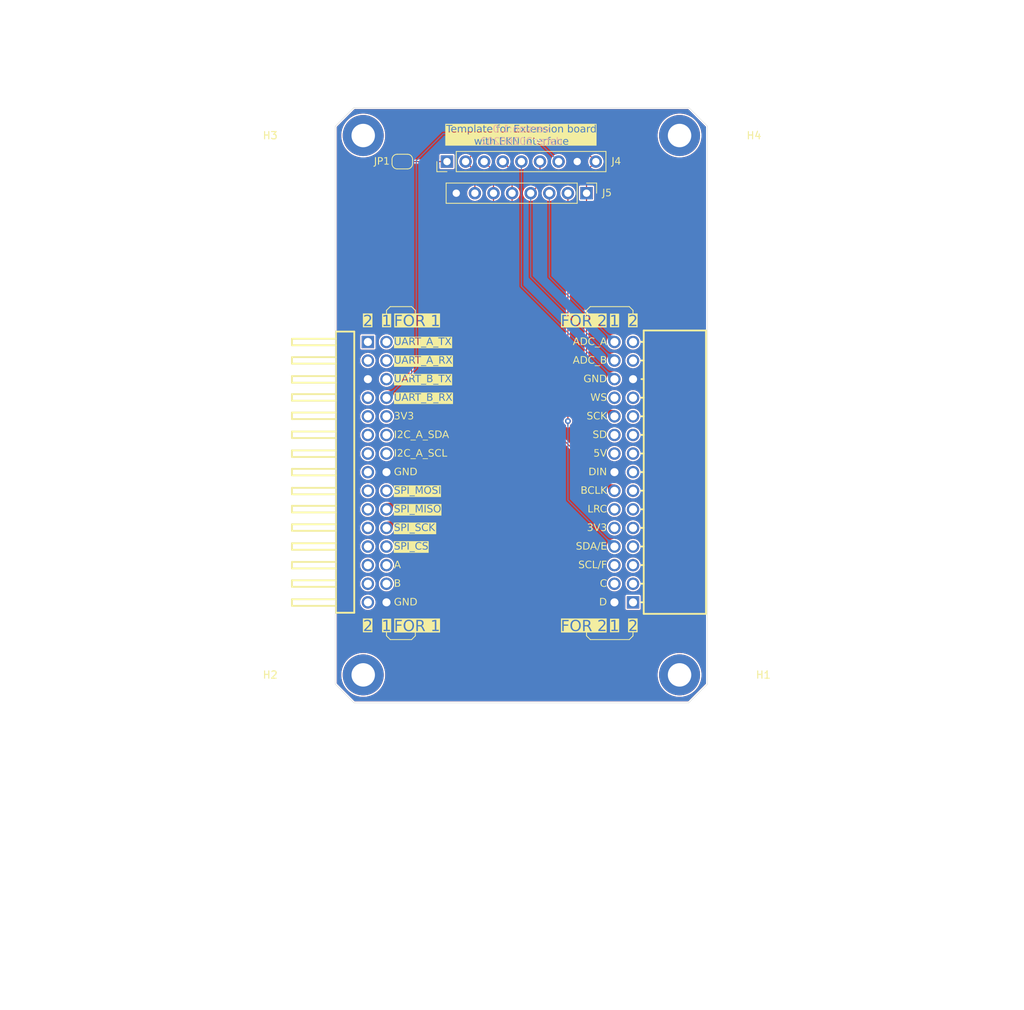
<source format=kicad_pcb>
(kicad_pcb (version 20241229) (generator "pcbnew") (generator_version "9.0")
  (layers (0 "F.Cu" signal) (4 "In1.Cu" signal) (6 "In2.Cu" signal) (2 "B.Cu" signal) (13 "F.Paste" user) (15 "B.Paste" user) (5 "F.SilkS" user "F.Silkscreen") (7 "B.SilkS" user "B.Silkscreen") (1 "F.Mask" user) (3 "B.Mask" user) (25 "Edge.Cuts" user))
  (property "COMMIT_DATE_LONG" "YYYY-MM-DD HH:MM:SS TZ")
  (property "COMMIT_HASH" "deadbeef")
  (property "RELEASE_VERSION" "v#.#")
  (net 0 "")
  (net 1 "/IO13")
  (net 3 "TFT_MISO")
  (net 4 "GC9A01_BLK(Back light)")
  (net 8 "/I2C_B_SDA")
  (net 9 "/I2C_B_SCL")
  (net 10 "/BTN_A")
  (net 11 "/I2C_A_SDA")
  (net 12 "/BTN_B")
  (net 13 "/I2S_A_SD")
  (net 14 "/I2S_B_BCLK")
  (net 15 "/I2S_A_WS")
  (net 16 "/I2S_B_DIN")
  (net 17 "/I2C_A_SCL")
  (net 18 "FTF_DC{slash}RS")
  (net 19 "/I2S_B_LRC")
  (net 20 "/ADC_A")
  (net 21 "/BTN_C")
  (net 22 "/BTN_D")
  (net 23 "/ADC_B")
  (net 24 "+5V")
  (net 25 "FTF_GND")
  (net 26 "GC9A01_SDA(MOSI)")
  (net 27 "GC9A01_SCL")
  (net 28 "GC9A01_RESET")
  (net 29 "GC9A01_CS")
  (net 30 "TFT_CS")
  (net 31 "GC9A01_DC")
  (net 32 "/I2S_A_SCK")
  (footprint "MountingHole:MountingHole_3.2mm_M3_DIN965_Pad" (layer "F.Cu") (at 105.41 116.84)
    (property "Reference" "H1" (at 11.43 0 0) (layer "F.SilkS"))
    (property "Value" "MountHole")
    (pad "1" thru_hole circle (at 0 0) (size 5.6 5.6) (drill 3.2) (layers "*.Cu" "*.Mask"))
  )
  (footprint "MountingHole:MountingHole_3.2mm_M3_DIN965_Pad" (layer "F.Cu") (at 62.23 116.84)
    (property "Reference" "H2" (at -12.7 0 0) (layer "F.SilkS"))
    (property "Value" "MountHole")
    (pad "1" thru_hole circle (at 0 0) (size 5.6 5.6) (drill 3.2) (layers "*.Cu" "*.Mask"))
  )
  (footprint "MountingHole:MountingHole_3.2mm_M3_DIN965_Pad" (layer "F.Cu") (at 105.41 43.18)
    (property "Reference" "H4" (at 10.16 0 0) (layer "F.SilkS"))
    (property "Value" "MountHole")
    (pad "1" thru_hole circle (at 0 0) (size 5.6 5.6) (drill 3.2) (layers "*.Cu" "*.Mask"))
  )
  (footprint "Jumper:SolderJumper-2_P1.3mm_Open_RoundedPad1.0x1.5mm" (layer "F.Cu") (at 67.564 46.736 180)
    (property "Reference" "JP1" (at 2.794 0 0) (layer "F.SilkS"))
    (property "Value" "SolderJumper_2_Open")
    (fp_line (start 1.4 -0.3) (end 1.4 0.3) (stroke (width 0.12)) (layer "F.SilkS"))
    (fp_line (start 0.7 1) (end -0.7 1) (stroke (width 0.12)) (layer "F.SilkS"))
    (fp_line (start -0.7 -1) (end 0.7 -1) (stroke (width 0.12)) (layer "F.SilkS"))
    (fp_line (start -1.4 0.3) (end -1.4 -0.3) (stroke (width 0.12)) (layer "F.SilkS"))
    (fp_arc (start 1.4 0.3) (mid 1.194975 0.794975) (end 0.7 1) (stroke (width 0.12)) (layer "F.SilkS"))
    (fp_arc (start 0.7 -1) (mid 1.194975 -0.794975) (end 1.4 -0.3) (stroke (width 0.12)) (layer "F.SilkS"))
    (fp_arc (start -0.7 1) (mid -1.194975 0.794975) (end -1.4 0.3) (stroke (width 0.12)) (layer "F.SilkS"))
    (fp_arc (start -1.4 -0.3) (mid -1.194975 -0.794975) (end -0.7 -1) (stroke (width 0.12)) (layer "F.SilkS"))
    (pad "1" smd custom (at -0.65 0 180) (size 1 0.5) (layers "F.Cu" "F.Mask") (net 3 "TFT_MISO") (options (clearance outline) (anchor rect)) (primitives (gr_circle (center 0 0.25) (end 0.5 0.25) (width 0) (fill yes)) (gr_circle (center 0 -0.25) (end 0.5 -0.25) (width 0) (fill yes)) (gr_poly (pts (xy 0.5 0.75) (xy 0 0.75) (xy 0 -0.75) (xy 0.5 -0.75)) (width 0) (fill yes))))
    (pad "2" smd custom (at 0.65 0 180) (size 1 0.5) (layers "F.Cu" "F.Mask") (net 1 "/IO13") (options (clearance outline) (anchor rect)) (primitives (gr_circle (center 0 0.25) (end 0.5 0.25) (width 0) (fill yes)) (gr_circle (center 0 -0.25) (end 0.5 -0.25) (width 0) (fill yes)) (gr_poly (pts (xy 0 0.75) (xy -0.5 0.75) (xy -0.5 -0.75) (xy 0 -0.75)) (width 0) (fill yes))))
  )
  (footprint "Connector_PinHeader_2.54mm:PinHeader_1x08_P2.54mm_Vertical" (layer "F.Cu") (at 92.71 51.054 -90)
    (property "Reference" "J5" (at 0 -2.794 180) (layer "F.SilkS"))
    (property "Value" "Conn_01x08_Pin")
    (fp_line (start -1.38 19.16) (end 1.38 19.16) (stroke (width 0.12)) (layer "F.SilkS"))
    (fp_line (start -1.38 1.27) (end -1.38 19.16) (stroke (width 0.12)) (layer "F.SilkS"))
    (fp_line (start -1.38 1.27) (end 1.38 1.27) (stroke (width 0.12)) (layer "F.SilkS"))
    (fp_line (start 1.38 1.27) (end 1.38 19.16) (stroke (width 0.12)) (layer "F.SilkS"))
    (fp_line (start -1.38 0) (end -1.38 -1.38) (stroke (width 0.12)) (layer "F.SilkS"))
    (fp_line (start -1.38 -1.38) (end 0 -1.38) (stroke (width 0.12)) (layer "F.SilkS"))
    (pad "1" thru_hole rect (at 0 0 270) (size 1.7 1.7) (drill 1) (layers "*.Cu" "*.Mask") (net 4 "GC9A01_BLK(Back light)"))
    (pad "2" thru_hole circle (at 0 2.54 270) (size 1.7 1.7) (drill 1) (layers "*.Cu" "*.Mask") (net 29 "GC9A01_CS"))
    (pad "3" thru_hole circle (at 0 5.08 270) (size 1.7 1.7) (drill 1) (layers "*.Cu" "*.Mask") (net 31 "GC9A01_DC"))
    (pad "4" thru_hole circle (at 0 7.62 270) (size 1.7 1.7) (drill 1) (layers "*.Cu" "*.Mask") (net 28 "GC9A01_RESET"))
    (pad "5" thru_hole circle (at 0 10.16 270) (size 1.7 1.7) (drill 1) (layers "*.Cu" "*.Mask") (net 26 "GC9A01_SDA(MOSI)"))
    (pad "6" thru_hole circle (at 0 12.7 270) (size 1.7 1.7) (drill 1) (layers "*.Cu" "*.Mask") (net 27 "GC9A01_SCL"))
    (pad "7" thru_hole circle (at 0 15.24 270) (size 1.7 1.7) (drill 1) (layers "*.Cu" "*.Mask") (net 4 "GC9A01_BLK(Back light)"))
    (pad "8" thru_hole circle (at 0 17.78 270) (size 1.7 1.7) (drill 1) (layers "*.Cu" "*.Mask") (net 25 "FTF_GND"))
  )
  (footprint "MountingHole:MountingHole_3.2mm_M3_DIN965_Pad" (layer "F.Cu") (at 62.23 43.18)
    (property "Reference" "H3" (at -12.7 0 0) (layer "F.SilkS"))
    (property "Value" "MountHole")
    (pad "1" thru_hole circle (at 0 0) (size 5.6 5.6) (drill 3.2) (layers "*.Cu" "*.Mask"))
  )
  (footprint "XDZ254-2-15-W-2.5-G1:HDR-TH_30P-P2.54-H-M-R2-C15-S2.54-N" (layer "F.Cu") (at 64.135 89.154 -90)
    (property "Reference" "U3" (hide yes))
    (property "Value" "XDZ254-2-15-W-2.5-G1")
    (fp_line (start -18.22 11.63) (end -17.33 11.63) (stroke (width 0.25)) (layer "F.SilkS"))
    (fp_line (start -17.33 11.63) (end -17.33 5.63) (stroke (width 0.25)) (layer "F.SilkS"))
    (fp_line (start -15.71 11.63) (end -14.82 11.63) (stroke (width 0.25)) (layer "F.SilkS"))
    (fp_line (start -14.82 11.63) (end -14.82 5.63) (stroke (width 0.25)) (layer "F.SilkS"))
    (fp_line (start -13.12 11.63) (end -12.22 11.63) (stroke (width 0.25)) (layer "F.SilkS"))
    (fp_line (start -12.22 11.63) (end -12.22 5.63) (stroke (width 0.25)) (layer "F.SilkS"))
    (fp_line (start -10.66 11.63) (end -9.76 11.63) (stroke (width 0.25)) (layer "F.SilkS"))
    (fp_line (start -9.76 11.63) (end -9.76 5.63) (stroke (width 0.25)) (layer "F.SilkS"))
    (fp_line (start -8.14 11.63) (end -7.25 11.63) (stroke (width 0.25)) (layer "F.SilkS"))
    (fp_line (start -7.25 11.63) (end -7.25 5.63) (stroke (width 0.25)) (layer "F.SilkS"))
    (fp_line (start -5.55 11.63) (end -4.66 11.63) (stroke (width 0.25)) (layer "F.SilkS"))
    (fp_line (start -4.66 11.63) (end -4.66 5.63) (stroke (width 0.25)) (layer "F.SilkS"))
    (fp_line (start -2.97 11.63) (end -2.07 11.63) (stroke (width 0.25)) (layer "F.SilkS"))
    (fp_line (start -2.07 11.63) (end -2.07 5.63) (stroke (width 0.25)) (layer "F.SilkS"))
    (fp_line (start -0.45 11.63) (end 0.44 11.63) (stroke (width 0.25)) (layer "F.SilkS"))
    (fp_line (start 0.44 11.63) (end 0.44 5.63) (stroke (width 0.25)) (layer "F.SilkS"))
    (fp_line (start 2.14 11.63) (end 3.03 11.63) (stroke (width 0.25)) (layer "F.SilkS"))
    (fp_line (start 3.03 11.63) (end 3.03 5.63) (stroke (width 0.25)) (layer "F.SilkS"))
    (fp_line (start 4.6 11.63) (end 5.5 11.63) (stroke (width 0.25)) (layer "F.SilkS"))
    (fp_line (start 5.5 11.63) (end 5.5 5.63) (stroke (width 0.25)) (layer "F.SilkS"))
    (fp_line (start 7.12 11.63) (end 8.01 11.63) (stroke (width 0.25)) (layer "F.SilkS"))
    (fp_line (start 8.01 11.63) (end 8.01 5.63) (stroke (width 0.25)) (layer "F.SilkS"))
    (fp_line (start 9.71 11.63) (end 10.6 11.63) (stroke (width 0.25)) (layer "F.SilkS"))
    (fp_line (start 10.6 11.63) (end 10.6 5.63) (stroke (width 0.25)) (layer "F.SilkS"))
    (fp_line (start 12.26 11.63) (end 13.15 11.63) (stroke (width 0.25)) (layer "F.SilkS"))
    (fp_line (start 13.15 11.63) (end 13.15 5.63) (stroke (width 0.25)) (layer "F.SilkS"))
    (fp_line (start 14.77 11.63) (end 15.66 11.63) (stroke (width 0.25)) (layer "F.SilkS"))
    (fp_line (start 15.66 11.63) (end 15.66 5.63) (stroke (width 0.25)) (layer "F.SilkS"))
    (fp_line (start 17.36 11.63) (end 18.26 11.63) (stroke (width 0.25)) (layer "F.SilkS"))
    (fp_line (start 18.26 11.63) (end 18.26 5.63) (stroke (width 0.25)) (layer "F.SilkS"))
    (fp_line (start -19.2 5.63) (end 19.2 5.63) (stroke (width 0.25)) (layer "F.SilkS"))
    (fp_line (start -19.2 5.63) (end -19.2 3.13) (stroke (width 0.25)) (layer "F.SilkS"))
    (fp_line (start -18.22 5.63) (end -18.22 11.63) (stroke (width 0.25)) (layer "F.SilkS"))
    (fp_line (start -15.71 5.63) (end -15.71 11.63) (stroke (width 0.25)) (layer "F.SilkS"))
    (fp_line (start -13.12 5.63) (end -13.12 11.63) (stroke (width 0.25)) (layer "F.SilkS"))
    (fp_line (start -10.66 5.63) (end -10.66 11.63) (stroke (width 0.25)) (layer "F.SilkS"))
    (fp_line (start -8.14 5.63) (end -8.14 11.63) (stroke (width 0.25)) (layer "F.SilkS"))
    (fp_line (start -5.55 5.63) (end -5.55 11.63) (stroke (width 0.25)) (layer "F.SilkS"))
    (fp_line (start -2.97 5.63) (end -2.97 11.63) (stroke (width 0.25)) (layer "F.SilkS"))
    (fp_line (start -0.45 5.63) (end -0.45 11.63) (stroke (width 0.25)) (layer "F.SilkS"))
    (fp_line (start 2.14 5.63) (end 2.14 11.63) (stroke (width 0.25)) (layer "F.SilkS"))
    (fp_line (start 4.6 5.63) (end 4.6 11.63) (stroke (width 0.25)) (layer "F.SilkS"))
    (fp_line (start 7.12 5.63) (end 7.12 11.63) (stroke (width 0.25)) (layer "F.SilkS"))
    (fp_line (start 9.71 5.63) (end 9.71 11.63) (stroke (width 0.25)) (layer "F.SilkS"))
    (fp_line (start 12.26 5.63) (end 12.26 11.63) (stroke (width 0.25)) (layer "F.SilkS"))
    (fp_line (start 14.77 5.63) (end 14.77 11.63) (stroke (width 0.25)) (layer "F.SilkS"))
    (fp_line (start 17.36 5.63) (end 17.36 11.63) (stroke (width 0.25)) (layer "F.SilkS"))
    (fp_line (start 19.2 5.63) (end 19.2 3.13) (stroke (width 0.25)) (layer "F.SilkS"))
    (fp_line (start -19.2 3.13) (end 19.2 3.13) (stroke (width 0.25)) (layer "F.SilkS"))
    (pad "1" thru_hole rect (at -17.78 1.27 270) (size 1.7 1.7) (drill 1.100023) (layers "*.Cu" "*.Mask") (net 20 "/ADC_A"))
    (pad "2" thru_hole circle (at -17.78 -1.27 270) (size 1.7 1.7) (drill 1.100023) (layers "*.Cu" "*.Mask") (net 31 "GC9A01_DC"))
    (pad "3" thru_hole circle (at -15.24 1.27 270) (size 1.7 1.7) (drill 1.100023) (layers "*.Cu" "*.Mask") (net 23 "/ADC_B"))
    (pad "4" thru_hole circle (at -15.24 -1.27 270) (size 1.7 1.7) (drill 1.100023) (layers "*.Cu" "*.Mask") (net 28 "GC9A01_RESET"))
    (pad "5" thru_hole circle (at -12.7 1.27 270) (size 1.7 1.7) (drill 1.100023) (layers "*.Cu" "*.Mask") (net 25 "FTF_GND"))
    (pad "6" thru_hole circle (at -12.7 -1.27 270) (size 1.7 1.7) (drill 1.100023) (layers "*.Cu" "*.Mask") (net 18 "FTF_DC{slash}RS"))
    (pad "7" thru_hole circle (at -10.16 1.27 270) (size 1.7 1.7) (drill 1.100023) (layers "*.Cu" "*.Mask") (net 15 "/I2S_A_WS"))
    (pad "8" thru_hole circle (at -10.16 -1.27 270) (size 1.7 1.7) (drill 1.100023) (layers "*.Cu" "*.Mask") (net 30 "TFT_CS"))
    (pad "9" thru_hole circle (at -7.62 1.27 270) (size 1.7 1.7) (drill 1.100023) (layers "*.Cu" "*.Mask") (net 32 "/I2S_A_SCK"))
    (pad "10" thru_hole circle (at -7.62 -1.27 270) (size 1.7 1.7) (drill 1.100023) (layers "*.Cu" "*.Mask") (net 4 "GC9A01_BLK(Back light)"))
    (pad "11" thru_hole circle (at -5.08 1.27 270) (size 1.7 1.7) (drill 1.100023) (layers "*.Cu" "*.Mask") (net 13 "/I2S_A_SD"))
    (pad "12" thru_hole circle (at -5.08 -1.27 270) (size 1.7 1.7) (drill 1.100023) (layers "*.Cu" "*.Mask") (net 11 "/I2C_A_SDA"))
    (pad "13" thru_hole circle (at -2.54 1.27 270) (size 1.7 1.7) (drill 1.100023) (layers "*.Cu" "*.Mask") (net 24 "+5V"))
    (pad "14" thru_hole circle (at -2.54 -1.27 270) (size 1.7 1.7) (drill 1.100023) (layers "*.Cu" "*.Mask") (net 17 "/I2C_A_SCL"))
    (pad "15" thru_hole circle (at 0 1.27 270) (size 1.7 1.7) (drill 1.100023) (layers "*.Cu" "*.Mask") (net 16 "/I2S_B_DIN"))
    (pad "16" thru_hole circle (at 0 -1.27 270) (size 1.7 1.7) (drill 1.100023) (layers "*.Cu" "*.Mask") (net 25 "FTF_GND"))
    (pad "17" thru_hole circle (at 2.54 1.27 270) (size 1.7 1.7) (drill 1.100023) (layers "*.Cu" "*.Mask") (net 14 "/I2S_B_BCLK"))
    (pad "18" thru_hole circle (at 2.54 -1.27 270) (size 1.7 1.7) (drill 1.100023) (layers "*.Cu" "*.Mask") (net 26 "GC9A01_SDA(MOSI)"))
    (pad "19" thru_hole circle (at 5.08 1.27 270) (size 1.7 1.7) (drill 1.100023) (layers "*.Cu" "*.Mask") (net 19 "/I2S_B_LRC"))
    (pad "20" thru_hole circle (at 5.08 -1.27 270) (size 1.7 1.7) (drill 1.100023) (layers "*.Cu" "*.Mask") (net 1 "/IO13"))
    (pad "21" thru_hole circle (at 7.62 1.27 270) (size 1.7 1.7) (drill 1.100023) (layers "*.Cu" "*.Mask") (net 4 "GC9A01_BLK(Back light)"))
    (pad "22" thru_hole circle (at 7.62 -1.27 270) (size 1.7 1.7) (drill 1.100023) (layers "*.Cu" "*.Mask") (net 27 "GC9A01_SCL"))
    (pad "23" thru_hole circle (at 10.16 1.27 270) (size 1.7 1.7) (drill 1.100023) (layers "*.Cu" "*.Mask") (net 8 "/I2C_B_SDA"))
    (pad "24" thru_hole circle (at 10.16 -1.27 270) (size 1.7 1.7) (drill 1.100023) (layers "*.Cu" "*.Mask") (net 29 "GC9A01_CS"))
    (pad "25" thru_hole circle (at 12.7 1.27 270) (size 1.7 1.7) (drill 1.100023) (layers "*.Cu" "*.Mask") (net 9 "/I2C_B_SCL"))
    (pad "26" thru_hole circle (at 12.7 -1.27 270) (size 1.7 1.7) (drill 1.100023) (layers "*.Cu" "*.Mask") (net 10 "/BTN_A"))
    (pad "27" thru_hole circle (at 15.24 1.27 270) (size 1.7 1.7) (drill 1.100023) (layers "*.Cu" "*.Mask") (net 21 "/BTN_C"))
    (pad "28" thru_hole circle (at 15.24 -1.27 270) (size 1.7 1.7) (drill 1.100023) (layers "*.Cu" "*.Mask") (net 12 "/BTN_B"))
    (pad "29" thru_hole circle (at 17.78 1.27 270) (size 1.7 1.7) (drill 1.100023) (layers "*.Cu" "*.Mask") (net 22 "/BTN_D"))
    (pad "30" thru_hole circle (at 17.78 -1.27 270) (size 1.7 1.7) (drill 1.100023) (layers "*.Cu" "*.Mask") (net 25 "FTF_GND"))
  )
  (footprint "Connector_PinHeader_2.54mm:PinHeader_1x09_P2.54mm_Vertical" (layer "F.Cu") (at 73.66 46.736 90)
    (property "Reference" "J4" (at 0 23.114 180) (layer "F.SilkS"))
    (property "Value" "TFT_SPI")
    (fp_line (start -1.38 -1.38) (end 0 -1.38) (stroke (width 0.12)) (layer "F.SilkS"))
    (fp_line (start -1.38 0) (end -1.38 -1.38) (stroke (width 0.12)) (layer "F.SilkS"))
    (fp_line (start 1.38 1.27) (end 1.38 21.7) (stroke (width 0.12)) (layer "F.SilkS"))
    (fp_line (start -1.38 1.27) (end 1.38 1.27) (stroke (width 0.12)) (layer "F.SilkS"))
    (fp_line (start -1.38 1.27) (end -1.38 21.7) (stroke (width 0.12)) (layer "F.SilkS"))
    (fp_line (start -1.38 21.7) (end 1.38 21.7) (stroke (width 0.12)) (layer "F.SilkS"))
    (pad "1" thru_hole rect (at 0 0 90) (size 1.7 1.7) (drill 1) (layers "*.Cu" "*.Mask") (net 3 "TFT_MISO"))
    (pad "2" thru_hole circle (at 0 2.54 90) (size 1.7 1.7) (drill 1) (layers "*.Cu" "*.Mask") (net 4 "GC9A01_BLK(Back light)"))
    (pad "3" thru_hole circle (at 0 5.08 90) (size 1.7 1.7) (drill 1) (layers "*.Cu" "*.Mask") (net 27 "GC9A01_SCL"))
    (pad "4" thru_hole circle (at 0 7.62 90) (size 1.7 1.7) (drill 1) (layers "*.Cu" "*.Mask") (net 26 "GC9A01_SDA(MOSI)"))
    (pad "5" thru_hole circle (at 0 10.16 90) (size 1.7 1.7) (drill 1) (layers "*.Cu" "*.Mask") (net 18 "FTF_DC{slash}RS"))
    (pad "6" thru_hole circle (at 0 12.7 90) (size 1.7 1.7) (drill 1) (layers "*.Cu" "*.Mask") (net 28 "GC9A01_RESET"))
    (pad "7" thru_hole circle (at 0 15.24 90) (size 1.7 1.7) (drill 1) (layers "*.Cu" "*.Mask") (net 30 "TFT_CS"))
    (pad "8" thru_hole circle (at 0 17.78 90) (size 1.7 1.7) (drill 1) (layers "*.Cu" "*.Mask") (net 25 "FTF_GND"))
    (pad "9" thru_hole circle (at 0 20.32 90) (size 1.7 1.7) (drill 1) (layers "*.Cu" "*.Mask") (net 4 "GC9A01_BLK(Back light)"))
  )
  (footprint "PM254-2-15-W-8.5:HDR-TH_30P-P2.54-H-F-R2-C15-W8.5" (layer "F.Cu") (at 97.79 89.154 90)
    (property "Reference" "U5" (hide yes))
    (property "Value" "PM254-2-15-W-8.5")
    (fp_line (start 19.35 2.73) (end 19.35 11.23) (stroke (width 0.25)) (layer "F.SilkS"))
    (fp_line (start 17.79 2.73) (end 17.79 2.42) (stroke (width 0.25)) (layer "F.SilkS"))
    (fp_line (start 15.25 2.73) (end 15.25 2.42) (stroke (width 0.25)) (layer "F.SilkS"))
    (fp_line (start 12.71 2.73) (end 12.71 2.42) (stroke (width 0.25)) (layer "F.SilkS"))
    (fp_line (start 10.17 2.73) (end 10.17 2.42) (stroke (width 0.25)) (layer "F.SilkS"))
    (fp_line (start 7.63 2.73) (end 7.63 2.42) (stroke (width 0.25)) (layer "F.SilkS"))
    (fp_line (start 5.09 2.73) (end 5.09 2.42) (stroke (width 0.25)) (layer "F.SilkS"))
    (fp_line (start 2.55 2.73) (end 2.55 2.42) (stroke (width 0.25)) (layer "F.SilkS"))
    (fp_line (start 0.01 2.73) (end 0.01 2.42) (stroke (width 0.25)) (layer "F.SilkS"))
    (fp_line (start -2.53 2.73) (end -2.53 2.42) (stroke (width 0.25)) (layer "F.SilkS"))
    (fp_line (start -5.07 2.73) (end -5.07 2.42) (stroke (width 0.25)) (layer "F.SilkS"))
    (fp_line (start -7.61 2.73) (end -7.61 2.42) (stroke (width 0.25)) (layer "F.SilkS"))
    (fp_line (start -10.15 2.73) (end -10.15 2.42) (stroke (width 0.25)) (layer "F.SilkS"))
    (fp_line (start -12.69 2.73) (end -12.69 2.42) (stroke (width 0.25)) (layer "F.SilkS"))
    (fp_line (start -15.23 2.73) (end -15.23 2.42) (stroke (width 0.25)) (layer "F.SilkS"))
    (fp_line (start -17.77 2.73) (end -17.77 2.42) (stroke (width 0.25)) (layer "F.SilkS"))
    (fp_line (start -19.35 2.73) (end 19.35 2.73) (stroke (width 0.25)) (layer "F.SilkS"))
    (fp_line (start -19.35 11.23) (end -19.35 2.73) (stroke (width 0.25)) (layer "F.SilkS"))
    (fp_line (start -19.35 11.23) (end 19.35 11.23) (stroke (width 0.25)) (layer "F.SilkS"))
    (pad "1" thru_hole rect (at -17.78 1.27 90) (size 1.7 1.7) (drill 1.100023) (layers "*.Cu" "*.Mask") (net 22 "/BTN_D"))
    (pad "2" thru_hole circle (at -17.78 -1.27 90) (size 1.7 1.7) (drill 1.100023) (layers "*.Cu" "*.Mask") (net 25 "FTF_GND"))
    (pad "3" thru_hole circle (at -15.24 1.27 90) (size 1.7 1.7) (drill 1.100023) (layers "*.Cu" "*.Mask") (net 21 "/BTN_C"))
    (pad "4" thru_hole circle (at -15.24 -1.27 90) (size 1.7 1.7) (drill 1.100023) (layers "*.Cu" "*.Mask") (net 12 "/BTN_B"))
    (pad "5" thru_hole circle (at -12.7 1.27 90) (size 1.7 1.7) (drill 1.100023) (layers "*.Cu" "*.Mask") (net 9 "/I2C_B_SCL"))
    (pad "6" thru_hole circle (at -12.7 -1.27 90) (size 1.7 1.7) (drill 1.100023) (layers "*.Cu" "*.Mask") (net 10 "/BTN_A"))
    (pad "7" thru_hole circle (at -10.16 1.27 90) (size 1.7 1.7) (drill 1.100023) (layers "*.Cu" "*.Mask") (net 8 "/I2C_B_SDA"))
    (pad "8" thru_hole circle (at -10.16 -1.27 90) (size 1.7 1.7) (drill 1.100023) (layers "*.Cu" "*.Mask") (net 29 "GC9A01_CS"))
    (pad "9" thru_hole circle (at -7.62 1.27 90) (size 1.7 1.7) (drill 1.100023) (layers "*.Cu" "*.Mask") (net 4 "GC9A01_BLK(Back light)"))
    (pad "10" thru_hole circle (at -7.62 -1.27 90) (size 1.7 1.7) (drill 1.100023) (layers "*.Cu" "*.Mask") (net 27 "GC9A01_SCL"))
    (pad "11" thru_hole circle (at -5.08 1.27 90) (size 1.7 1.7) (drill 1.100023) (layers "*.Cu" "*.Mask") (net 19 "/I2S_B_LRC"))
    (pad "12" thru_hole circle (at -5.08 -1.27 90) (size 1.7 1.7) (drill 1.100023) (layers "*.Cu" "*.Mask") (net 1 "/IO13"))
    (pad "13" thru_hole circle (at -2.54 1.27 90) (size 1.7 1.7) (drill 1.100023) (layers "*.Cu" "*.Mask") (net 14 "/I2S_B_BCLK"))
    (pad "14" thru_hole circle (at -2.54 -1.27 90) (size 1.7 1.7) (drill 1.100023) (layers "*.Cu" "*.Mask") (net 26 "GC9A01_SDA(MOSI)"))
    (pad "15" thru_hole circle (at 0 1.27 90) (size 1.7 1.7) (drill 1.100023) (layers "*.Cu" "*.Mask") (net 16 "/I2S_B_DIN"))
    (pad "16" thru_hole circle (at 0 -1.27 90) (size 1.7 1.7) (drill 1.100023) (layers "*.Cu" "*.Mask") (net 25 "FTF_GND"))
    (pad "17" thru_hole circle (at 2.54 1.27 90) (size 1.7 1.7) (drill 1.100023) (layers "*.Cu" "*.Mask") (net 24 "+5V"))
    (pad "18" thru_hole circle (at 2.54 -1.27 90) (size 1.7 1.7) (drill 1.100023) (layers "*.Cu" "*.Mask") (net 17 "/I2C_A_SCL"))
    (pad "19" thru_hole circle (at 5.08 1.27 90) (size 1.7 1.7) (drill 1.100023) (layers "*.Cu" "*.Mask") (net 13 "/I2S_A_SD"))
    (pad "20" thru_hole circle (at 5.08 -1.27 90) (size 1.7 1.7) (drill 1.100023) (layers "*.Cu" "*.Mask") (net 11 "/I2C_A_SDA"))
    (pad "21" thru_hole circle (at 7.62 1.27 90) (size 1.7 1.7) (drill 1.100023) (layers "*.Cu" "*.Mask") (net 32 "/I2S_A_SCK"))
    (pad "22" thru_hole circle (at 7.62 -1.27 90) (size 1.7 1.7) (drill 1.100023) (layers "*.Cu" "*.Mask") (net 4 "GC9A01_BLK(Back light)"))
    (pad "23" thru_hole circle (at 10.16 1.27 90) (size 1.7 1.7) (drill 1.100023) (layers "*.Cu" "*.Mask") (net 15 "/I2S_A_WS"))
    (pad "24" thru_hole circle (at 10.16 -1.27 90) (size 1.7 1.7) (drill 1.100023) (layers "*.Cu" "*.Mask") (net 30 "TFT_CS"))
    (pad "25" thru_hole circle (at 12.7 1.27 90) (size 1.7 1.7) (drill 1.100023) (layers "*.Cu" "*.Mask") (net 25 "FTF_GND"))
    (pad "26" thru_hole circle (at 12.7 -1.27 90) (size 1.7 1.7) (drill 1.100023) (layers "*.Cu" "*.Mask") (net 18 "FTF_DC{slash}RS"))
    (pad "27" thru_hole circle (at 15.24 1.27 90) (size 1.7 1.7) (drill 1.100023) (layers "*.Cu" "*.Mask") (net 23 "/ADC_B"))
    (pad "28" thru_hole circle (at 15.24 -1.27 90) (size 1.7 1.7) (drill 1.100023) (layers "*.Cu" "*.Mask") (net 28 "GC9A01_RESET"))
    (pad "29" thru_hole circle (at 17.78 1.27 90) (size 1.7 1.7) (drill 1.100023) (layers "*.Cu" "*.Mask") (net 20 "/ADC_A"))
    (pad "30" thru_hole circle (at 17.78 -1.27 90) (size 1.7 1.7) (drill 1.100023) (layers "*.Cu" "*.Mask") (net 31 "GC9A01_DC"))
  )
  (gr_line (start 98.552 112.014) (end 93.218 112.014) (stroke (width 0.12)) (layer "F.SilkS"))
  (gr_line (start 99.06 111.506) (end 98.552 112.014) (stroke (width 0.12)) (layer "F.SilkS"))
  (gr_line (start 65.913 66.548) (end 68.834 66.548) (stroke (width 0.12)) (layer "F.SilkS"))
  (gr_line (start 92.71 111.506) (end 92.71 110.998) (stroke (width 0.12)) (layer "F.SilkS"))
  (gr_line (start 69.342 110.998) (end 69.342 111.506) (stroke (width 0.12)) (layer "F.SilkS"))
  (gr_line (start 68.834 66.548) (end 69.342 67.056) (stroke (width 0.12)) (layer "F.SilkS"))
  (gr_line (start 92.71 67.056) (end 93.218 66.548) (stroke (width 0.12)) (layer "F.SilkS"))
  (gr_line (start 69.342 67.056) (end 69.342 67.564) (stroke (width 0.12)) (layer "F.SilkS"))
  (gr_line (start 92.71 67.564) (end 92.71 67.056) (stroke (width 0.12)) (layer "F.SilkS"))
  (gr_line (start 99.06 67.056) (end 99.06 67.564) (stroke (width 0.12)) (layer "F.SilkS"))
  (gr_line (start 93.218 66.548) (end 98.552 66.548) (stroke (width 0.12)) (layer "F.SilkS"))
  (gr_line (start 65.405 111.506) (end 65.405 110.998) (stroke (width 0.12)) (layer "F.SilkS"))
  (gr_line (start 65.405 67.564) (end 65.405 67.056) (stroke (width 0.12)) (layer "F.SilkS"))
  (gr_line (start 65.913 112.014) (end 65.405 111.506) (stroke (width 0.12)) (layer "F.SilkS"))
  (gr_line (start 65.405 67.056) (end 65.913 66.548) (stroke (width 0.12)) (layer "F.SilkS"))
  (gr_line (start 99.06 110.998) (end 99.06 111.506) (stroke (width 0.12)) (layer "F.SilkS"))
  (gr_line (start 98.552 66.548) (end 99.06 67.056) (stroke (width 0.12)) (layer "F.SilkS"))
  (gr_line (start 93.218 112.014) (end 92.71 111.506) (stroke (width 0.12)) (layer "F.SilkS"))
  (gr_line (start 68.834 112.014) (end 65.913 112.014) (stroke (width 0.12)) (layer "F.SilkS"))
  (gr_line (start 69.342 111.506) (end 68.834 112.014) (stroke (width 0.12)) (layer "F.SilkS"))
  (gr_line (start 109.22 118.11) (end 109.22 41.91) (stroke (width 0.05)) (layer "Edge.Cuts"))
  (gr_line (start 106.68 39.37) (end 109.22 41.91) (stroke (width 0.05)) (layer "Edge.Cuts"))
  (gr_line (start 58.42 41.91) (end 58.42 118.11) (stroke (width 0.05)) (layer "Edge.Cuts"))
  (gr_line (start 60.96 39.37) (end 58.42 41.91) (stroke (width 0.05)) (layer "Edge.Cuts"))
  (gr_line (start 58.42 118.11) (end 60.96 120.65) (stroke (width 0.05)) (layer "Edge.Cuts"))
  (gr_line (start 60.96 39.37) (end 106.68 39.37) (stroke (width 0.05)) (layer "Edge.Cuts"))
  (gr_line (start 109.22 118.11) (end 106.68 120.65) (stroke (width 0.05)) (layer "Edge.Cuts"))
  (gr_line (start 60.96 120.65) (end 106.68 120.65) (stroke (width 0.05)) (layer "Edge.Cuts"))
  (gr_text "1" (at 96.52 110.236 0) (layer "F.SilkS" knockout) (effects (font (size 1.5 1.5))))
  (gr_text "I2C_A_SCL" (at 66.421 86.614 0) (layer "F.SilkS") (effects (font (size 1 1)) (justify left)))
  (gr_text "FOR 1" (at 66.421 110.236 0) (layer "F.SilkS" knockout) (effects (font (size 1.5 1.5)) (justify left)))
  (gr_text "B" (at 66.421 104.394 0) (layer "F.SilkS") (effects (font (size 1 1)) (justify left)))
  (gr_text "FOR 2" (at 95.504 68.58 0) (layer "F.SilkS" knockout) (effects (font (size 1.5 1.5)) (justify right)))
  (gr_text "GND" (at 66.421 106.934 0) (layer "F.SilkS") (effects (font (size 1 1)) (justify left)))
  (gr_text "1" (at 65.405 68.58 0) (layer "F.SilkS" knockout) (effects (font (size 1.5 1.5))))
  (gr_text "SDA/E" (at 95.504 99.314 0) (layer "F.SilkS") (effects (font (size 1 1)) (justify right)))
  (gr_text "FOR 2" (at 95.504 110.236 0) (layer "F.SilkS" knockout) (effects (font (size 1.5 1.5)) (justify right)))
  (gr_text "SPI_CS" (at 66.421 99.314 0) (layer "F.SilkS" knockout) (effects (font (size 1 1)) (justify left)))
  (gr_text "D" (at 95.504 106.934 0) (layer "F.SilkS") (effects (font (size 1 1)) (justify right)))
  (gr_text "SPI_SCK" (at 66.421 96.774 0) (layer "F.SilkS" knockout) (effects (font (size 1 1)) (justify left)))
  (gr_text "2" (at 62.865 110.236 0) (layer "F.SilkS" knockout) (effects (font (size 1.5 1.5))))
  (gr_text "2" (at 99.06 68.58 0) (layer "F.SilkS" knockout) (effects (font (size 1.5 1.5))))
  (gr_text "SCK" (at 95.504 81.534 0) (layer "F.SilkS") (effects (font (size 1 1)) (justify right)))
  (gr_text "UART_B_TX" (at 66.421 76.454 0) (layer "F.SilkS" knockout) (effects (font (size 1 1)) (justify left)))
  (gr_text "GND" (at 66.421 89.154 0) (layer "F.SilkS") (effects (font (size 1 1)) (justify left)))
  (gr_text "1" (at 96.52 68.58 0) (layer "F.SilkS" knockout) (effects (font (size 1.5 1.5))))
  (gr_text "2" (at 99.06 110.236 0) (layer "F.SilkS" knockout) (effects (font (size 1.5 1.5))))
  (gr_text "3V3" (at 95.504 96.774 0) (layer "F.SilkS") (effects (font (size 1 1)) (justify right)))
  (gr_text "2" (at 62.865 68.58 0) (layer "F.SilkS" knockout) (effects (font (size 1.5 1.5))))
  (gr_text "SPI_MISO" (at 66.421 94.234 0) (layer "F.SilkS" knockout) (effects (font (size 1 1)) (justify left)))
  (gr_text "ADC_B\n" (at 95.504 73.914 0) (layer "F.SilkS") (effects (font (size 1 1)) (justify right)))
  (gr_text "SCL/F" (at 95.504 101.854 0) (layer "F.SilkS") (effects (font (size 1 1)) (justify right)))
  (gr_text "C" (at 95.504 104.394 0) (layer "F.SilkS") (effects (font (size 1 1)) (justify right)))
  (gr_text "ADC_A" (at 95.504 71.374 0) (layer "F.SilkS") (effects (font (size 1 1)) (justify right)))
  (gr_text "UART_A_TX" (at 66.421 71.374 0) (layer "F.SilkS" knockout) (effects (font (size 1 1)) (justify left)))
  (gr_text "BCLK" (at 95.504 91.694 0) (layer "F.SilkS") (effects (font (size 1 1)) (justify right)))
  (gr_text "3V3" (at 66.421 81.534 0) (layer "F.SilkS") (effects (font (size 1 1)) (justify left)))
  (gr_text "DIN" (at 95.504 89.154 0) (layer "F.SilkS") (effects (font (size 1 1)) (justify right)))
  (gr_text "WS" (at 95.504 78.994 0) (layer "F.SilkS") (effects (font (size 1 1)) (justify right)))
  (gr_text "A" (at 66.421 101.854 0) (layer "F.SilkS") (effects (font (size 1 1)) (justify left)))
  (gr_text "Template for Extension board\nwith EKN interface" (at 83.82 43.18 0) (layer "F.SilkS" knockout) (effects (font (size 1 1))))
  (gr_text "SD" (at 95.504 84.074 0) (layer "F.SilkS") (effects (font (size 1 1)) (justify right)))
  (gr_text "LRC" (at 95.504 94.234 0) (layer "F.SilkS") (effects (font (size 1 1)) (justify right)))
  (gr_text "UART_A_RX" (at 66.421 73.914 0) (layer "F.SilkS" knockout) (effects (font (size 1 1)) (justify left)))
  (gr_text "I2C_A_SDA" (at 66.421 84.074 0) (layer "F.SilkS") (effects (font (size 1 1)) (justify left)))
  (gr_text "5V" (at 95.504 86.614 0) (layer "F.SilkS") (effects (font (size 1 1)) (justify right)))
  (gr_text "FOR 1" (at 66.421 68.58 0) (layer "F.SilkS" knockout) (effects (font (size 1.5 1.5)) (justify left)))
  (gr_text "UART_B_RX" (at 66.421 78.994 0) (layer "F.SilkS" knockout) (effects (font (size 1 1)) (justify left)))
  (gr_text "1" (at 65.405 110.236 0) (layer "F.SilkS" knockout) (effects (font (size 1.5 1.5))))
  (gr_text "GND" (at 95.504 76.454 0) (layer "F.SilkS") (effects (font (size 1 1)) (justify right)))
  (gr_text "SPI_MOSI" (at 66.421 91.694 0) (layer "F.SilkS" knockout) (effects (font (size 1 1)) (justify left)))
  (gr_text "version:1.0\ndate: 20260202" (at 83.82 43.18 0) (layer "B.SilkS") (effects (font (size 1 1)) (justify mirror)))
  (segment (start 68.834 69.596) (end 68.834 90.805) (width 0.15) (layer "F.Cu") (net 1))
  (segment (start 66.914 67.676) (end 68.834 69.596) (width 0.15) (layer "F.Cu") (net 1))
  (segment (start 68.834 90.805) (end 65.405 94.234) (width 0.15) (layer "F.Cu") (net 1))
  (segment (start 66.914 46.736) (end 66.914 67.676) (width 0.15) (layer "F.Cu") (net 1))
  (segment (start 68.214 46.736) (end 73.66 46.736) (width 0.15) (layer "F.Cu") (net 3))
  (segment (start 91.186 43.942) (end 93.98 46.736) (width 0.15) (layer "F.Cu") (net 4))
  (segment (start 92.71 51.054) (end 92.71 48.006) (width 0.15) (layer "F.Cu") (net 4))
  (segment (start 76.2 46.736) (end 77.47 48.006) (width 0.15) (layer "F.Cu") (net 4))
  (segment (start 76.2 46.736) (end 78.994 43.942) (width 0.15) (layer "F.Cu") (net 4))
  (segment (start 78.994 43.942) (end 91.186 43.942) (width 0.15) (layer "F.Cu") (net 4))
  (segment (start 92.71 48.006) (end 93.98 46.736) (width 0.15) (layer "F.Cu") (net 4))
  (segment (start 77.47 48.006) (end 77.47 51.054) (width 0.15) (layer "F.Cu") (net 4))
  (segment (start 92.71 77.724) (end 96.52 81.534) (width 0.15) (layer "F.Cu") (net 4))
  (segment (start 92.71 51.054) (end 92.71 77.724) (width 0.15) (layer "F.Cu") (net 4))
  (segment (start 83.82 63.754) (end 96.52 76.454) (width 0.15) (layer "B.Cu") (net 18))
  (segment (start 83.82 46.736) (end 83.82 63.754) (width 0.15) (layer "B.Cu") (net 18))
  (segment (start 81.28 46.736) (end 82.55 48.006) (width 0.15) (layer "F.Cu") (net 26))
  (segment (start 82.55 77.724) (end 96.52 91.694) (width 0.15) (layer "F.Cu") (net 26))
  (segment (start 82.55 51.054) (end 82.55 77.724) (width 0.15) (layer "F.Cu") (net 26))
  (segment (start 82.55 48.006) (end 82.55 51.054) (width 0.15) (layer "F.Cu") (net 26))
  (segment (start 80.01 48.006) (end 80.01 51.054) (width 0.15) (layer "F.Cu") (net 27))
  (segment (start 78.74 46.736) (end 80.01 48.006) (width 0.15) (layer "F.Cu") (net 27))
  (segment (start 80.01 82.169) (end 65.405 96.774) (width 0.15) (layer "F.Cu") (net 27))
  (segment (start 80.01 51.054) (end 80.01 82.169) (width 0.15) (layer "F.Cu") (net 27))
  (segment (start 85.09 51.054) (end 86.36 49.784) (width 0.15) (layer "F.Cu") (net 28))
  (segment (start 86.36 49.784) (end 86.36 46.736) (width 0.15) (layer "F.Cu") (net 28))
  (segment (start 85.09 51.054) (end 85.09 62.484) (width 0.15) (layer "B.Cu") (net 28))
  (segment (start 85.09 62.484) (end 96.52 73.914) (width 0.15) (layer "B.Cu") (net 28))
  (segment (start 90.17 51.054) (end 90.17 82.804) (width 0.15) (layer "F.Cu") (net 29))
  (via (at 90.17 82.179) (size 0.8) (drill 0.4) (layers "F.Cu" "B.Cu") (net 29))
  (segment (start 90.17 92.964) (end 96.52 99.314) (width 0.15) (layer "B.Cu") (net 29))
  (segment (start 90.17 82.179) (end 90.17 92.964) (width 0.15) (layer "B.Cu") (net 29))
  (segment (start 85.09 42.926) (end 73.152 42.926) (width 0.15) (layer "B.Cu") (net 30))
  (segment (start 69.469 74.93) (end 65.405 78.994) (width 0.15) (layer "B.Cu") (net 30))
  (segment (start 88.9 46.736) (end 85.09 42.926) (width 0.15) (layer "B.Cu") (net 30))
  (segment (start 73.152 42.926) (end 69.469 46.609) (width 0.15) (layer "B.Cu") (net 30))
  (segment (start 69.469 46.609) (end 69.469 74.93) (width 0.15) (layer "B.Cu") (net 30))
  (segment (start 87.63 62.484) (end 96.52 71.374) (width 0.15) (layer "B.Cu") (net 31))
  (segment (start 87.63 51.054) (end 87.63 62.484) (width 0.15) (layer "B.Cu") (net 31))
  (zone (net 25) (net_name "FTF_GND") (layers "F.Cu" "B.Cu" "In1.Cu" "In2.Cu") (connect_pads yes (clearance 0.2)) (min_thickness 0.25) (fill yes (thermal_gap 0.5) (thermal_bridge_width 0.5) (smoothing chamfer) (island_removal_mode 1) (island_area_min 10))
    (polygon (pts (xy 38.1 25.4) (xy 38.1 140.081) (xy 132.08 139.7) (xy 132.08 25.4)))
  )
)
</source>
